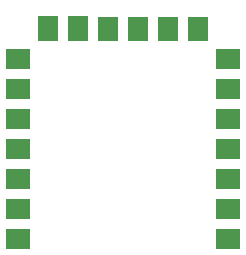
<source format=gbs>
G04 DipTrace 2.4.0.2*
%INUSBHiPower.gbs*%
%MOIN*%
%ADD75R,0.0685X0.0816*%
%ADD76R,0.0816X0.0685*%
%FSLAX44Y44*%
G04*
G70*
G90*
G75*
G01*
%LNBotMask*%
%LPD*%
D76*
X3937Y9293D3*
X10937Y8293D3*
Y9293D3*
Y10293D3*
D75*
X9937Y11293D3*
D76*
X3937Y4293D3*
Y5293D3*
Y6293D3*
Y7293D3*
Y10293D3*
X10937Y4293D3*
Y5293D3*
Y6293D3*
Y7293D3*
X3937Y8293D3*
G36*
X5594Y11701D2*
X6280D1*
Y10885D1*
X5594D1*
Y11701D1*
G37*
G36*
X4594D2*
X5280D1*
Y10885D1*
X4594D1*
Y11701D1*
G37*
D75*
X6937Y11293D3*
X7937D3*
X8937D3*
M02*

</source>
